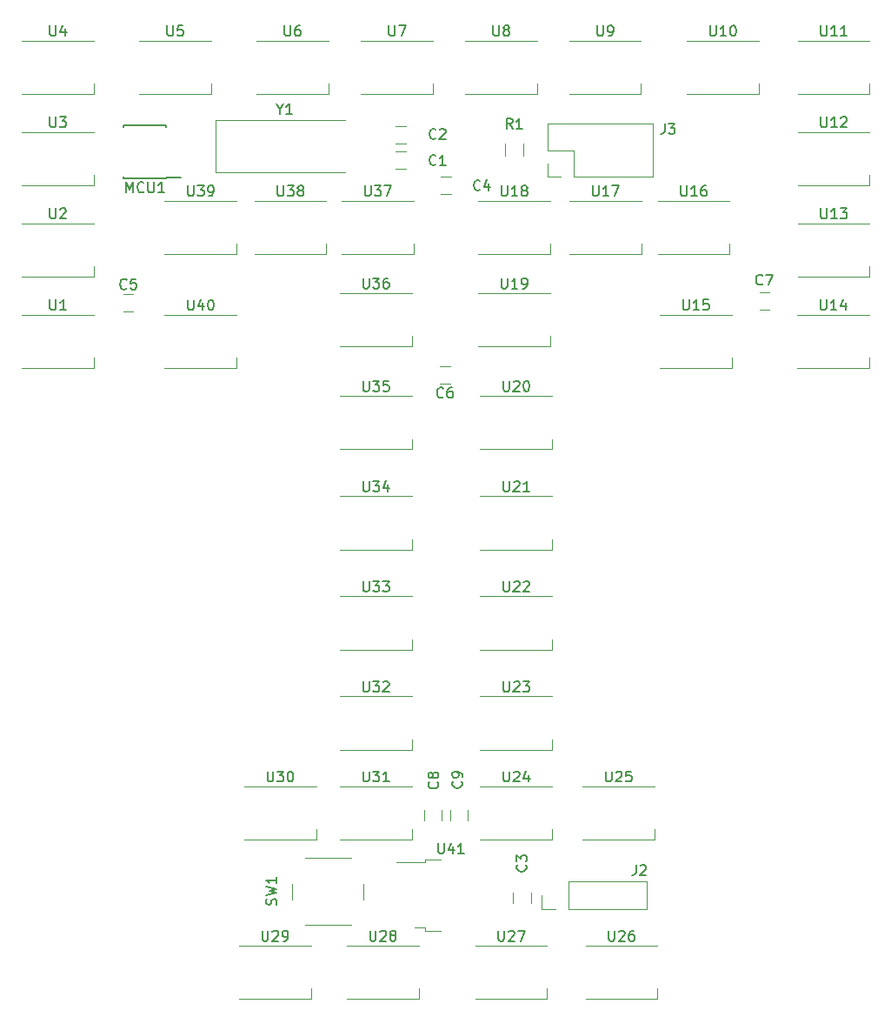
<source format=gbr>
G04 #@! TF.GenerationSoftware,KiCad,Pcbnew,(5.0.0)*
G04 #@! TF.CreationDate,2019-02-18T20:12:55-05:00*
G04 #@! TF.ProjectId,WS2812B Tiny T,575332383132422054696E7920542E6B,rev?*
G04 #@! TF.SameCoordinates,Original*
G04 #@! TF.FileFunction,Legend,Top*
G04 #@! TF.FilePolarity,Positive*
%FSLAX46Y46*%
G04 Gerber Fmt 4.6, Leading zero omitted, Abs format (unit mm)*
G04 Created by KiCad (PCBNEW (5.0.0)) date 02/18/19 20:12:55*
%MOMM*%
%LPD*%
G01*
G04 APERTURE LIST*
%ADD10C,0.120000*%
%ADD11C,0.150000*%
G04 APERTURE END LIST*
D10*
G04 #@! TO.C,U1*
X136850000Y-87690000D02*
X136850000Y-86690000D01*
X129850000Y-87690000D02*
X136850000Y-87690000D01*
X129850000Y-82490000D02*
X136850000Y-82490000D01*
G04 #@! TO.C,U2*
X129850000Y-73600000D02*
X136850000Y-73600000D01*
X129850000Y-78800000D02*
X136850000Y-78800000D01*
X136850000Y-78800000D02*
X136850000Y-77800000D01*
G04 #@! TO.C,U3*
X136850000Y-69910000D02*
X136850000Y-68910000D01*
X129850000Y-69910000D02*
X136850000Y-69910000D01*
X129850000Y-64710000D02*
X136850000Y-64710000D01*
G04 #@! TO.C,U4*
X129850000Y-55820000D02*
X136850000Y-55820000D01*
X129850000Y-61020000D02*
X136850000Y-61020000D01*
X136850000Y-61020000D02*
X136850000Y-60020000D01*
G04 #@! TO.C,U5*
X148280000Y-61020000D02*
X148280000Y-60020000D01*
X141280000Y-61020000D02*
X148280000Y-61020000D01*
X141280000Y-55820000D02*
X148280000Y-55820000D01*
G04 #@! TO.C,U6*
X152710000Y-55820000D02*
X159710000Y-55820000D01*
X152710000Y-61020000D02*
X159710000Y-61020000D01*
X159710000Y-61020000D02*
X159710000Y-60020000D01*
G04 #@! TO.C,U7*
X169870000Y-61020000D02*
X169870000Y-60020000D01*
X162870000Y-61020000D02*
X169870000Y-61020000D01*
X162870000Y-55820000D02*
X169870000Y-55820000D01*
G04 #@! TO.C,U8*
X173030000Y-55820000D02*
X180030000Y-55820000D01*
X173030000Y-61020000D02*
X180030000Y-61020000D01*
X180030000Y-61020000D02*
X180030000Y-60020000D01*
G04 #@! TO.C,U9*
X190150000Y-61020000D02*
X190150000Y-60020000D01*
X183150000Y-61020000D02*
X190150000Y-61020000D01*
X183150000Y-55820000D02*
X190150000Y-55820000D01*
G04 #@! TO.C,U10*
X194620000Y-55820000D02*
X201620000Y-55820000D01*
X194620000Y-61020000D02*
X201620000Y-61020000D01*
X201620000Y-61020000D02*
X201620000Y-60020000D01*
G04 #@! TO.C,U11*
X212415000Y-61020000D02*
X212415000Y-60020000D01*
X205415000Y-61020000D02*
X212415000Y-61020000D01*
X205415000Y-55820000D02*
X212415000Y-55820000D01*
G04 #@! TO.C,U12*
X205415000Y-64710000D02*
X212415000Y-64710000D01*
X205415000Y-69910000D02*
X212415000Y-69910000D01*
X212415000Y-69910000D02*
X212415000Y-68910000D01*
G04 #@! TO.C,U13*
X212415000Y-78800000D02*
X212415000Y-77800000D01*
X205415000Y-78800000D02*
X212415000Y-78800000D01*
X205415000Y-73600000D02*
X212415000Y-73600000D01*
G04 #@! TO.C,U15*
X191989000Y-82490000D02*
X198989000Y-82490000D01*
X191989000Y-87690000D02*
X198989000Y-87690000D01*
X198989000Y-87690000D02*
X198989000Y-86690000D01*
G04 #@! TO.C,U16*
X198786000Y-76600000D02*
X198786000Y-75600000D01*
X191786000Y-76600000D02*
X198786000Y-76600000D01*
X191786000Y-71400000D02*
X198786000Y-71400000D01*
G04 #@! TO.C,U17*
X183190000Y-71400000D02*
X190190000Y-71400000D01*
X183190000Y-76600000D02*
X190190000Y-76600000D01*
X190190000Y-76600000D02*
X190190000Y-75600000D01*
G04 #@! TO.C,U18*
X181300000Y-76600000D02*
X181300000Y-75600000D01*
X174300000Y-76600000D02*
X181300000Y-76600000D01*
X174300000Y-71400000D02*
X181300000Y-71400000D01*
G04 #@! TO.C,U19*
X174300000Y-80400000D02*
X181300000Y-80400000D01*
X174300000Y-85600000D02*
X181300000Y-85600000D01*
X181300000Y-85600000D02*
X181300000Y-84600000D01*
G04 #@! TO.C,U20*
X181500000Y-95600000D02*
X181500000Y-94600000D01*
X174500000Y-95600000D02*
X181500000Y-95600000D01*
X174500000Y-90400000D02*
X181500000Y-90400000D01*
G04 #@! TO.C,U21*
X181500000Y-105350000D02*
X181500000Y-104350000D01*
X174500000Y-105350000D02*
X181500000Y-105350000D01*
X174500000Y-100150000D02*
X181500000Y-100150000D01*
G04 #@! TO.C,U22*
X174500000Y-109900000D02*
X181500000Y-109900000D01*
X174500000Y-115100000D02*
X181500000Y-115100000D01*
X181500000Y-115100000D02*
X181500000Y-114100000D01*
G04 #@! TO.C,U23*
X181500000Y-124850000D02*
X181500000Y-123850000D01*
X174500000Y-124850000D02*
X181500000Y-124850000D01*
X174500000Y-119650000D02*
X181500000Y-119650000D01*
G04 #@! TO.C,U24*
X174500000Y-128400000D02*
X181500000Y-128400000D01*
X174500000Y-133600000D02*
X181500000Y-133600000D01*
X181500000Y-133600000D02*
X181500000Y-132600000D01*
G04 #@! TO.C,U25*
X191460000Y-133600000D02*
X191460000Y-132600000D01*
X184460000Y-133600000D02*
X191460000Y-133600000D01*
X184460000Y-128400000D02*
X191460000Y-128400000D01*
G04 #@! TO.C,U26*
X184750000Y-143900000D02*
X191750000Y-143900000D01*
X184750000Y-149100000D02*
X191750000Y-149100000D01*
X191750000Y-149100000D02*
X191750000Y-148100000D01*
G04 #@! TO.C,U27*
X181000000Y-149100000D02*
X181000000Y-148100000D01*
X174000000Y-149100000D02*
X181000000Y-149100000D01*
X174000000Y-143900000D02*
X181000000Y-143900000D01*
G04 #@! TO.C,U28*
X161500000Y-143900000D02*
X168500000Y-143900000D01*
X161500000Y-149100000D02*
X168500000Y-149100000D01*
X168500000Y-149100000D02*
X168500000Y-148100000D01*
G04 #@! TO.C,U29*
X158000000Y-149100000D02*
X158000000Y-148100000D01*
X151000000Y-149100000D02*
X158000000Y-149100000D01*
X151000000Y-143900000D02*
X158000000Y-143900000D01*
G04 #@! TO.C,U30*
X151500000Y-128400000D02*
X158500000Y-128400000D01*
X151500000Y-133600000D02*
X158500000Y-133600000D01*
X158500000Y-133600000D02*
X158500000Y-132600000D01*
G04 #@! TO.C,U31*
X167830000Y-133600000D02*
X167830000Y-132600000D01*
X160830000Y-133600000D02*
X167830000Y-133600000D01*
X160830000Y-128400000D02*
X167830000Y-128400000D01*
G04 #@! TO.C,U32*
X160830000Y-119650000D02*
X167830000Y-119650000D01*
X160830000Y-124850000D02*
X167830000Y-124850000D01*
X167830000Y-124850000D02*
X167830000Y-123850000D01*
G04 #@! TO.C,U33*
X167830000Y-115100000D02*
X167830000Y-114100000D01*
X160830000Y-115100000D02*
X167830000Y-115100000D01*
X160830000Y-109900000D02*
X167830000Y-109900000D01*
G04 #@! TO.C,U34*
X160830000Y-100150000D02*
X167830000Y-100150000D01*
X160830000Y-105350000D02*
X167830000Y-105350000D01*
X167830000Y-105350000D02*
X167830000Y-104350000D01*
G04 #@! TO.C,U35*
X167830000Y-95600000D02*
X167830000Y-94600000D01*
X160830000Y-95600000D02*
X167830000Y-95600000D01*
X160830000Y-90400000D02*
X167830000Y-90400000D01*
G04 #@! TO.C,U36*
X160830000Y-80400000D02*
X167830000Y-80400000D01*
X160830000Y-85600000D02*
X167830000Y-85600000D01*
X167830000Y-85600000D02*
X167830000Y-84600000D01*
G04 #@! TO.C,U37*
X168000000Y-76600000D02*
X168000000Y-75600000D01*
X161000000Y-76600000D02*
X168000000Y-76600000D01*
X161000000Y-71400000D02*
X168000000Y-71400000D01*
G04 #@! TO.C,U38*
X152500000Y-71400000D02*
X159500000Y-71400000D01*
X152500000Y-76600000D02*
X159500000Y-76600000D01*
X159500000Y-76600000D02*
X159500000Y-75600000D01*
G04 #@! TO.C,U39*
X150750000Y-76600000D02*
X150750000Y-75600000D01*
X143750000Y-76600000D02*
X150750000Y-76600000D01*
X143750000Y-71400000D02*
X150750000Y-71400000D01*
G04 #@! TO.C,U14*
X212375000Y-87690000D02*
X212375000Y-86690000D01*
X205375000Y-87690000D02*
X212375000Y-87690000D01*
X205375000Y-82490000D02*
X212375000Y-82490000D01*
G04 #@! TO.C,C1*
X167268000Y-66629600D02*
X166268000Y-66629600D01*
X166268000Y-68329600D02*
X167268000Y-68329600D01*
G04 #@! TO.C,C2*
X166268000Y-65829600D02*
X167268000Y-65829600D01*
X167268000Y-64129600D02*
X166268000Y-64129600D01*
G04 #@! TO.C,C3*
X179412000Y-139723000D02*
X179412000Y-138723000D01*
X177712000Y-138723000D02*
X177712000Y-139723000D01*
G04 #@! TO.C,C4*
X170625000Y-70801600D02*
X171625000Y-70801600D01*
X171625000Y-69101600D02*
X170625000Y-69101600D01*
G04 #@! TO.C,C5*
X139708000Y-82180800D02*
X140708000Y-82180800D01*
X140708000Y-80480800D02*
X139708000Y-80480800D01*
G04 #@! TO.C,C6*
X170564000Y-89242000D02*
X171564000Y-89242000D01*
X171564000Y-87542000D02*
X170564000Y-87542000D01*
G04 #@! TO.C,C7*
X202684000Y-80328400D02*
X201684000Y-80328400D01*
X201684000Y-82028400D02*
X202684000Y-82028400D01*
G04 #@! TO.C,C8*
X169025000Y-130716000D02*
X169025000Y-131716000D01*
X170725000Y-131716000D02*
X170725000Y-130716000D01*
G04 #@! TO.C,C9*
X173239000Y-131697000D02*
X173239000Y-130697000D01*
X171539000Y-130697000D02*
X171539000Y-131697000D01*
G04 #@! TO.C,J2*
X180470000Y-140330000D02*
X180470000Y-139000000D01*
X181800000Y-140330000D02*
X180470000Y-140330000D01*
X183070000Y-140330000D02*
X183070000Y-137670000D01*
X183070000Y-137670000D02*
X190750000Y-137670000D01*
X183070000Y-140330000D02*
X190750000Y-140330000D01*
X190750000Y-140330000D02*
X190750000Y-137670000D01*
G04 #@! TO.C,U40*
X150750000Y-87700000D02*
X150750000Y-86700000D01*
X143750000Y-87700000D02*
X150750000Y-87700000D01*
X143750000Y-82500000D02*
X150750000Y-82500000D01*
G04 #@! TO.C,Y1*
X148748000Y-68640800D02*
X161348000Y-68640800D01*
X148748000Y-63540800D02*
X148748000Y-68640800D01*
X161348000Y-63540800D02*
X148748000Y-63540800D01*
G04 #@! TO.C,SW1*
X163150000Y-139400000D02*
X163150000Y-137900000D01*
X161900000Y-135400000D02*
X157400000Y-135400000D01*
X156150000Y-137900000D02*
X156150000Y-139400000D01*
X157400000Y-141900000D02*
X161900000Y-141900000D01*
D11*
G04 #@! TO.C,MCU1*
X143909000Y-69174600D02*
X145309000Y-69174600D01*
X143909000Y-64074600D02*
X139759000Y-64074600D01*
X143909000Y-69224600D02*
X139759000Y-69224600D01*
X143909000Y-64074600D02*
X143909000Y-64219600D01*
X139759000Y-64074600D02*
X139759000Y-64219600D01*
X139759000Y-69224600D02*
X139759000Y-69079600D01*
X143909000Y-69224600D02*
X143909000Y-69174600D01*
D10*
G04 #@! TO.C,U41*
X169166000Y-142169000D02*
X168066000Y-142169000D01*
X169166000Y-142439000D02*
X169166000Y-142169000D01*
X170666000Y-142439000D02*
X169166000Y-142439000D01*
X169166000Y-135809000D02*
X166336000Y-135809000D01*
X169166000Y-135539000D02*
X169166000Y-135809000D01*
X170666000Y-135539000D02*
X169166000Y-135539000D01*
G04 #@! TO.C,J3*
X181038000Y-69101000D02*
X181038000Y-67771000D01*
X182368000Y-69101000D02*
X181038000Y-69101000D01*
X181038000Y-66501000D02*
X181038000Y-63901000D01*
X183638000Y-66501000D02*
X181038000Y-66501000D01*
X183638000Y-69101000D02*
X183638000Y-66501000D01*
X181038000Y-63901000D02*
X191318000Y-63901000D01*
X183638000Y-69101000D02*
X191318000Y-69101000D01*
X191318000Y-69101000D02*
X191318000Y-63901000D01*
G04 #@! TO.C,R1*
X178680000Y-65831200D02*
X178680000Y-67031200D01*
X176920000Y-67031200D02*
X176920000Y-65831200D01*
G04 #@! TO.C,U1*
D11*
X132588095Y-81042380D02*
X132588095Y-81851904D01*
X132635714Y-81947142D01*
X132683333Y-81994761D01*
X132778571Y-82042380D01*
X132969047Y-82042380D01*
X133064285Y-81994761D01*
X133111904Y-81947142D01*
X133159523Y-81851904D01*
X133159523Y-81042380D01*
X134159523Y-82042380D02*
X133588095Y-82042380D01*
X133873809Y-82042380D02*
X133873809Y-81042380D01*
X133778571Y-81185238D01*
X133683333Y-81280476D01*
X133588095Y-81328095D01*
G04 #@! TO.C,U2*
X132588095Y-72152380D02*
X132588095Y-72961904D01*
X132635714Y-73057142D01*
X132683333Y-73104761D01*
X132778571Y-73152380D01*
X132969047Y-73152380D01*
X133064285Y-73104761D01*
X133111904Y-73057142D01*
X133159523Y-72961904D01*
X133159523Y-72152380D01*
X133588095Y-72247619D02*
X133635714Y-72200000D01*
X133730952Y-72152380D01*
X133969047Y-72152380D01*
X134064285Y-72200000D01*
X134111904Y-72247619D01*
X134159523Y-72342857D01*
X134159523Y-72438095D01*
X134111904Y-72580952D01*
X133540476Y-73152380D01*
X134159523Y-73152380D01*
G04 #@! TO.C,U3*
X132588095Y-63262380D02*
X132588095Y-64071904D01*
X132635714Y-64167142D01*
X132683333Y-64214761D01*
X132778571Y-64262380D01*
X132969047Y-64262380D01*
X133064285Y-64214761D01*
X133111904Y-64167142D01*
X133159523Y-64071904D01*
X133159523Y-63262380D01*
X133540476Y-63262380D02*
X134159523Y-63262380D01*
X133826190Y-63643333D01*
X133969047Y-63643333D01*
X134064285Y-63690952D01*
X134111904Y-63738571D01*
X134159523Y-63833809D01*
X134159523Y-64071904D01*
X134111904Y-64167142D01*
X134064285Y-64214761D01*
X133969047Y-64262380D01*
X133683333Y-64262380D01*
X133588095Y-64214761D01*
X133540476Y-64167142D01*
G04 #@! TO.C,U4*
X132588095Y-54372380D02*
X132588095Y-55181904D01*
X132635714Y-55277142D01*
X132683333Y-55324761D01*
X132778571Y-55372380D01*
X132969047Y-55372380D01*
X133064285Y-55324761D01*
X133111904Y-55277142D01*
X133159523Y-55181904D01*
X133159523Y-54372380D01*
X134064285Y-54705714D02*
X134064285Y-55372380D01*
X133826190Y-54324761D02*
X133588095Y-55039047D01*
X134207142Y-55039047D01*
G04 #@! TO.C,U5*
X144018095Y-54372380D02*
X144018095Y-55181904D01*
X144065714Y-55277142D01*
X144113333Y-55324761D01*
X144208571Y-55372380D01*
X144399047Y-55372380D01*
X144494285Y-55324761D01*
X144541904Y-55277142D01*
X144589523Y-55181904D01*
X144589523Y-54372380D01*
X145541904Y-54372380D02*
X145065714Y-54372380D01*
X145018095Y-54848571D01*
X145065714Y-54800952D01*
X145160952Y-54753333D01*
X145399047Y-54753333D01*
X145494285Y-54800952D01*
X145541904Y-54848571D01*
X145589523Y-54943809D01*
X145589523Y-55181904D01*
X145541904Y-55277142D01*
X145494285Y-55324761D01*
X145399047Y-55372380D01*
X145160952Y-55372380D01*
X145065714Y-55324761D01*
X145018095Y-55277142D01*
G04 #@! TO.C,U6*
X155448095Y-54372380D02*
X155448095Y-55181904D01*
X155495714Y-55277142D01*
X155543333Y-55324761D01*
X155638571Y-55372380D01*
X155829047Y-55372380D01*
X155924285Y-55324761D01*
X155971904Y-55277142D01*
X156019523Y-55181904D01*
X156019523Y-54372380D01*
X156924285Y-54372380D02*
X156733809Y-54372380D01*
X156638571Y-54420000D01*
X156590952Y-54467619D01*
X156495714Y-54610476D01*
X156448095Y-54800952D01*
X156448095Y-55181904D01*
X156495714Y-55277142D01*
X156543333Y-55324761D01*
X156638571Y-55372380D01*
X156829047Y-55372380D01*
X156924285Y-55324761D01*
X156971904Y-55277142D01*
X157019523Y-55181904D01*
X157019523Y-54943809D01*
X156971904Y-54848571D01*
X156924285Y-54800952D01*
X156829047Y-54753333D01*
X156638571Y-54753333D01*
X156543333Y-54800952D01*
X156495714Y-54848571D01*
X156448095Y-54943809D01*
G04 #@! TO.C,U7*
X165608095Y-54372380D02*
X165608095Y-55181904D01*
X165655714Y-55277142D01*
X165703333Y-55324761D01*
X165798571Y-55372380D01*
X165989047Y-55372380D01*
X166084285Y-55324761D01*
X166131904Y-55277142D01*
X166179523Y-55181904D01*
X166179523Y-54372380D01*
X166560476Y-54372380D02*
X167227142Y-54372380D01*
X166798571Y-55372380D01*
G04 #@! TO.C,U8*
X175768095Y-54372380D02*
X175768095Y-55181904D01*
X175815714Y-55277142D01*
X175863333Y-55324761D01*
X175958571Y-55372380D01*
X176149047Y-55372380D01*
X176244285Y-55324761D01*
X176291904Y-55277142D01*
X176339523Y-55181904D01*
X176339523Y-54372380D01*
X176958571Y-54800952D02*
X176863333Y-54753333D01*
X176815714Y-54705714D01*
X176768095Y-54610476D01*
X176768095Y-54562857D01*
X176815714Y-54467619D01*
X176863333Y-54420000D01*
X176958571Y-54372380D01*
X177149047Y-54372380D01*
X177244285Y-54420000D01*
X177291904Y-54467619D01*
X177339523Y-54562857D01*
X177339523Y-54610476D01*
X177291904Y-54705714D01*
X177244285Y-54753333D01*
X177149047Y-54800952D01*
X176958571Y-54800952D01*
X176863333Y-54848571D01*
X176815714Y-54896190D01*
X176768095Y-54991428D01*
X176768095Y-55181904D01*
X176815714Y-55277142D01*
X176863333Y-55324761D01*
X176958571Y-55372380D01*
X177149047Y-55372380D01*
X177244285Y-55324761D01*
X177291904Y-55277142D01*
X177339523Y-55181904D01*
X177339523Y-54991428D01*
X177291904Y-54896190D01*
X177244285Y-54848571D01*
X177149047Y-54800952D01*
G04 #@! TO.C,U9*
X185888095Y-54372380D02*
X185888095Y-55181904D01*
X185935714Y-55277142D01*
X185983333Y-55324761D01*
X186078571Y-55372380D01*
X186269047Y-55372380D01*
X186364285Y-55324761D01*
X186411904Y-55277142D01*
X186459523Y-55181904D01*
X186459523Y-54372380D01*
X186983333Y-55372380D02*
X187173809Y-55372380D01*
X187269047Y-55324761D01*
X187316666Y-55277142D01*
X187411904Y-55134285D01*
X187459523Y-54943809D01*
X187459523Y-54562857D01*
X187411904Y-54467619D01*
X187364285Y-54420000D01*
X187269047Y-54372380D01*
X187078571Y-54372380D01*
X186983333Y-54420000D01*
X186935714Y-54467619D01*
X186888095Y-54562857D01*
X186888095Y-54800952D01*
X186935714Y-54896190D01*
X186983333Y-54943809D01*
X187078571Y-54991428D01*
X187269047Y-54991428D01*
X187364285Y-54943809D01*
X187411904Y-54896190D01*
X187459523Y-54800952D01*
G04 #@! TO.C,U10*
X196881904Y-54372380D02*
X196881904Y-55181904D01*
X196929523Y-55277142D01*
X196977142Y-55324761D01*
X197072380Y-55372380D01*
X197262857Y-55372380D01*
X197358095Y-55324761D01*
X197405714Y-55277142D01*
X197453333Y-55181904D01*
X197453333Y-54372380D01*
X198453333Y-55372380D02*
X197881904Y-55372380D01*
X198167619Y-55372380D02*
X198167619Y-54372380D01*
X198072380Y-54515238D01*
X197977142Y-54610476D01*
X197881904Y-54658095D01*
X199072380Y-54372380D02*
X199167619Y-54372380D01*
X199262857Y-54420000D01*
X199310476Y-54467619D01*
X199358095Y-54562857D01*
X199405714Y-54753333D01*
X199405714Y-54991428D01*
X199358095Y-55181904D01*
X199310476Y-55277142D01*
X199262857Y-55324761D01*
X199167619Y-55372380D01*
X199072380Y-55372380D01*
X198977142Y-55324761D01*
X198929523Y-55277142D01*
X198881904Y-55181904D01*
X198834285Y-54991428D01*
X198834285Y-54753333D01*
X198881904Y-54562857D01*
X198929523Y-54467619D01*
X198977142Y-54420000D01*
X199072380Y-54372380D01*
G04 #@! TO.C,U11*
X207676904Y-54372380D02*
X207676904Y-55181904D01*
X207724523Y-55277142D01*
X207772142Y-55324761D01*
X207867380Y-55372380D01*
X208057857Y-55372380D01*
X208153095Y-55324761D01*
X208200714Y-55277142D01*
X208248333Y-55181904D01*
X208248333Y-54372380D01*
X209248333Y-55372380D02*
X208676904Y-55372380D01*
X208962619Y-55372380D02*
X208962619Y-54372380D01*
X208867380Y-54515238D01*
X208772142Y-54610476D01*
X208676904Y-54658095D01*
X210200714Y-55372380D02*
X209629285Y-55372380D01*
X209915000Y-55372380D02*
X209915000Y-54372380D01*
X209819761Y-54515238D01*
X209724523Y-54610476D01*
X209629285Y-54658095D01*
G04 #@! TO.C,U12*
X207676904Y-63262380D02*
X207676904Y-64071904D01*
X207724523Y-64167142D01*
X207772142Y-64214761D01*
X207867380Y-64262380D01*
X208057857Y-64262380D01*
X208153095Y-64214761D01*
X208200714Y-64167142D01*
X208248333Y-64071904D01*
X208248333Y-63262380D01*
X209248333Y-64262380D02*
X208676904Y-64262380D01*
X208962619Y-64262380D02*
X208962619Y-63262380D01*
X208867380Y-63405238D01*
X208772142Y-63500476D01*
X208676904Y-63548095D01*
X209629285Y-63357619D02*
X209676904Y-63310000D01*
X209772142Y-63262380D01*
X210010238Y-63262380D01*
X210105476Y-63310000D01*
X210153095Y-63357619D01*
X210200714Y-63452857D01*
X210200714Y-63548095D01*
X210153095Y-63690952D01*
X209581666Y-64262380D01*
X210200714Y-64262380D01*
G04 #@! TO.C,U13*
X207676904Y-72152380D02*
X207676904Y-72961904D01*
X207724523Y-73057142D01*
X207772142Y-73104761D01*
X207867380Y-73152380D01*
X208057857Y-73152380D01*
X208153095Y-73104761D01*
X208200714Y-73057142D01*
X208248333Y-72961904D01*
X208248333Y-72152380D01*
X209248333Y-73152380D02*
X208676904Y-73152380D01*
X208962619Y-73152380D02*
X208962619Y-72152380D01*
X208867380Y-72295238D01*
X208772142Y-72390476D01*
X208676904Y-72438095D01*
X209581666Y-72152380D02*
X210200714Y-72152380D01*
X209867380Y-72533333D01*
X210010238Y-72533333D01*
X210105476Y-72580952D01*
X210153095Y-72628571D01*
X210200714Y-72723809D01*
X210200714Y-72961904D01*
X210153095Y-73057142D01*
X210105476Y-73104761D01*
X210010238Y-73152380D01*
X209724523Y-73152380D01*
X209629285Y-73104761D01*
X209581666Y-73057142D01*
G04 #@! TO.C,U15*
X194250904Y-81042380D02*
X194250904Y-81851904D01*
X194298523Y-81947142D01*
X194346142Y-81994761D01*
X194441380Y-82042380D01*
X194631857Y-82042380D01*
X194727095Y-81994761D01*
X194774714Y-81947142D01*
X194822333Y-81851904D01*
X194822333Y-81042380D01*
X195822333Y-82042380D02*
X195250904Y-82042380D01*
X195536619Y-82042380D02*
X195536619Y-81042380D01*
X195441380Y-81185238D01*
X195346142Y-81280476D01*
X195250904Y-81328095D01*
X196727095Y-81042380D02*
X196250904Y-81042380D01*
X196203285Y-81518571D01*
X196250904Y-81470952D01*
X196346142Y-81423333D01*
X196584238Y-81423333D01*
X196679476Y-81470952D01*
X196727095Y-81518571D01*
X196774714Y-81613809D01*
X196774714Y-81851904D01*
X196727095Y-81947142D01*
X196679476Y-81994761D01*
X196584238Y-82042380D01*
X196346142Y-82042380D01*
X196250904Y-81994761D01*
X196203285Y-81947142D01*
G04 #@! TO.C,U16*
X194047904Y-69952380D02*
X194047904Y-70761904D01*
X194095523Y-70857142D01*
X194143142Y-70904761D01*
X194238380Y-70952380D01*
X194428857Y-70952380D01*
X194524095Y-70904761D01*
X194571714Y-70857142D01*
X194619333Y-70761904D01*
X194619333Y-69952380D01*
X195619333Y-70952380D02*
X195047904Y-70952380D01*
X195333619Y-70952380D02*
X195333619Y-69952380D01*
X195238380Y-70095238D01*
X195143142Y-70190476D01*
X195047904Y-70238095D01*
X196476476Y-69952380D02*
X196286000Y-69952380D01*
X196190761Y-70000000D01*
X196143142Y-70047619D01*
X196047904Y-70190476D01*
X196000285Y-70380952D01*
X196000285Y-70761904D01*
X196047904Y-70857142D01*
X196095523Y-70904761D01*
X196190761Y-70952380D01*
X196381238Y-70952380D01*
X196476476Y-70904761D01*
X196524095Y-70857142D01*
X196571714Y-70761904D01*
X196571714Y-70523809D01*
X196524095Y-70428571D01*
X196476476Y-70380952D01*
X196381238Y-70333333D01*
X196190761Y-70333333D01*
X196095523Y-70380952D01*
X196047904Y-70428571D01*
X196000285Y-70523809D01*
G04 #@! TO.C,U17*
X185451904Y-69952380D02*
X185451904Y-70761904D01*
X185499523Y-70857142D01*
X185547142Y-70904761D01*
X185642380Y-70952380D01*
X185832857Y-70952380D01*
X185928095Y-70904761D01*
X185975714Y-70857142D01*
X186023333Y-70761904D01*
X186023333Y-69952380D01*
X187023333Y-70952380D02*
X186451904Y-70952380D01*
X186737619Y-70952380D02*
X186737619Y-69952380D01*
X186642380Y-70095238D01*
X186547142Y-70190476D01*
X186451904Y-70238095D01*
X187356666Y-69952380D02*
X188023333Y-69952380D01*
X187594761Y-70952380D01*
G04 #@! TO.C,U18*
X176561904Y-69952380D02*
X176561904Y-70761904D01*
X176609523Y-70857142D01*
X176657142Y-70904761D01*
X176752380Y-70952380D01*
X176942857Y-70952380D01*
X177038095Y-70904761D01*
X177085714Y-70857142D01*
X177133333Y-70761904D01*
X177133333Y-69952380D01*
X178133333Y-70952380D02*
X177561904Y-70952380D01*
X177847619Y-70952380D02*
X177847619Y-69952380D01*
X177752380Y-70095238D01*
X177657142Y-70190476D01*
X177561904Y-70238095D01*
X178704761Y-70380952D02*
X178609523Y-70333333D01*
X178561904Y-70285714D01*
X178514285Y-70190476D01*
X178514285Y-70142857D01*
X178561904Y-70047619D01*
X178609523Y-70000000D01*
X178704761Y-69952380D01*
X178895238Y-69952380D01*
X178990476Y-70000000D01*
X179038095Y-70047619D01*
X179085714Y-70142857D01*
X179085714Y-70190476D01*
X179038095Y-70285714D01*
X178990476Y-70333333D01*
X178895238Y-70380952D01*
X178704761Y-70380952D01*
X178609523Y-70428571D01*
X178561904Y-70476190D01*
X178514285Y-70571428D01*
X178514285Y-70761904D01*
X178561904Y-70857142D01*
X178609523Y-70904761D01*
X178704761Y-70952380D01*
X178895238Y-70952380D01*
X178990476Y-70904761D01*
X179038095Y-70857142D01*
X179085714Y-70761904D01*
X179085714Y-70571428D01*
X179038095Y-70476190D01*
X178990476Y-70428571D01*
X178895238Y-70380952D01*
G04 #@! TO.C,U19*
X176561904Y-78952380D02*
X176561904Y-79761904D01*
X176609523Y-79857142D01*
X176657142Y-79904761D01*
X176752380Y-79952380D01*
X176942857Y-79952380D01*
X177038095Y-79904761D01*
X177085714Y-79857142D01*
X177133333Y-79761904D01*
X177133333Y-78952380D01*
X178133333Y-79952380D02*
X177561904Y-79952380D01*
X177847619Y-79952380D02*
X177847619Y-78952380D01*
X177752380Y-79095238D01*
X177657142Y-79190476D01*
X177561904Y-79238095D01*
X178609523Y-79952380D02*
X178800000Y-79952380D01*
X178895238Y-79904761D01*
X178942857Y-79857142D01*
X179038095Y-79714285D01*
X179085714Y-79523809D01*
X179085714Y-79142857D01*
X179038095Y-79047619D01*
X178990476Y-79000000D01*
X178895238Y-78952380D01*
X178704761Y-78952380D01*
X178609523Y-79000000D01*
X178561904Y-79047619D01*
X178514285Y-79142857D01*
X178514285Y-79380952D01*
X178561904Y-79476190D01*
X178609523Y-79523809D01*
X178704761Y-79571428D01*
X178895238Y-79571428D01*
X178990476Y-79523809D01*
X179038095Y-79476190D01*
X179085714Y-79380952D01*
G04 #@! TO.C,U20*
X176761904Y-88952380D02*
X176761904Y-89761904D01*
X176809523Y-89857142D01*
X176857142Y-89904761D01*
X176952380Y-89952380D01*
X177142857Y-89952380D01*
X177238095Y-89904761D01*
X177285714Y-89857142D01*
X177333333Y-89761904D01*
X177333333Y-88952380D01*
X177761904Y-89047619D02*
X177809523Y-89000000D01*
X177904761Y-88952380D01*
X178142857Y-88952380D01*
X178238095Y-89000000D01*
X178285714Y-89047619D01*
X178333333Y-89142857D01*
X178333333Y-89238095D01*
X178285714Y-89380952D01*
X177714285Y-89952380D01*
X178333333Y-89952380D01*
X178952380Y-88952380D02*
X179047619Y-88952380D01*
X179142857Y-89000000D01*
X179190476Y-89047619D01*
X179238095Y-89142857D01*
X179285714Y-89333333D01*
X179285714Y-89571428D01*
X179238095Y-89761904D01*
X179190476Y-89857142D01*
X179142857Y-89904761D01*
X179047619Y-89952380D01*
X178952380Y-89952380D01*
X178857142Y-89904761D01*
X178809523Y-89857142D01*
X178761904Y-89761904D01*
X178714285Y-89571428D01*
X178714285Y-89333333D01*
X178761904Y-89142857D01*
X178809523Y-89047619D01*
X178857142Y-89000000D01*
X178952380Y-88952380D01*
G04 #@! TO.C,U21*
X176761904Y-98702380D02*
X176761904Y-99511904D01*
X176809523Y-99607142D01*
X176857142Y-99654761D01*
X176952380Y-99702380D01*
X177142857Y-99702380D01*
X177238095Y-99654761D01*
X177285714Y-99607142D01*
X177333333Y-99511904D01*
X177333333Y-98702380D01*
X177761904Y-98797619D02*
X177809523Y-98750000D01*
X177904761Y-98702380D01*
X178142857Y-98702380D01*
X178238095Y-98750000D01*
X178285714Y-98797619D01*
X178333333Y-98892857D01*
X178333333Y-98988095D01*
X178285714Y-99130952D01*
X177714285Y-99702380D01*
X178333333Y-99702380D01*
X179285714Y-99702380D02*
X178714285Y-99702380D01*
X179000000Y-99702380D02*
X179000000Y-98702380D01*
X178904761Y-98845238D01*
X178809523Y-98940476D01*
X178714285Y-98988095D01*
G04 #@! TO.C,U22*
X176761904Y-108452380D02*
X176761904Y-109261904D01*
X176809523Y-109357142D01*
X176857142Y-109404761D01*
X176952380Y-109452380D01*
X177142857Y-109452380D01*
X177238095Y-109404761D01*
X177285714Y-109357142D01*
X177333333Y-109261904D01*
X177333333Y-108452380D01*
X177761904Y-108547619D02*
X177809523Y-108500000D01*
X177904761Y-108452380D01*
X178142857Y-108452380D01*
X178238095Y-108500000D01*
X178285714Y-108547619D01*
X178333333Y-108642857D01*
X178333333Y-108738095D01*
X178285714Y-108880952D01*
X177714285Y-109452380D01*
X178333333Y-109452380D01*
X178714285Y-108547619D02*
X178761904Y-108500000D01*
X178857142Y-108452380D01*
X179095238Y-108452380D01*
X179190476Y-108500000D01*
X179238095Y-108547619D01*
X179285714Y-108642857D01*
X179285714Y-108738095D01*
X179238095Y-108880952D01*
X178666666Y-109452380D01*
X179285714Y-109452380D01*
G04 #@! TO.C,U23*
X176761904Y-118202380D02*
X176761904Y-119011904D01*
X176809523Y-119107142D01*
X176857142Y-119154761D01*
X176952380Y-119202380D01*
X177142857Y-119202380D01*
X177238095Y-119154761D01*
X177285714Y-119107142D01*
X177333333Y-119011904D01*
X177333333Y-118202380D01*
X177761904Y-118297619D02*
X177809523Y-118250000D01*
X177904761Y-118202380D01*
X178142857Y-118202380D01*
X178238095Y-118250000D01*
X178285714Y-118297619D01*
X178333333Y-118392857D01*
X178333333Y-118488095D01*
X178285714Y-118630952D01*
X177714285Y-119202380D01*
X178333333Y-119202380D01*
X178666666Y-118202380D02*
X179285714Y-118202380D01*
X178952380Y-118583333D01*
X179095238Y-118583333D01*
X179190476Y-118630952D01*
X179238095Y-118678571D01*
X179285714Y-118773809D01*
X179285714Y-119011904D01*
X179238095Y-119107142D01*
X179190476Y-119154761D01*
X179095238Y-119202380D01*
X178809523Y-119202380D01*
X178714285Y-119154761D01*
X178666666Y-119107142D01*
G04 #@! TO.C,U24*
X176761904Y-126952380D02*
X176761904Y-127761904D01*
X176809523Y-127857142D01*
X176857142Y-127904761D01*
X176952380Y-127952380D01*
X177142857Y-127952380D01*
X177238095Y-127904761D01*
X177285714Y-127857142D01*
X177333333Y-127761904D01*
X177333333Y-126952380D01*
X177761904Y-127047619D02*
X177809523Y-127000000D01*
X177904761Y-126952380D01*
X178142857Y-126952380D01*
X178238095Y-127000000D01*
X178285714Y-127047619D01*
X178333333Y-127142857D01*
X178333333Y-127238095D01*
X178285714Y-127380952D01*
X177714285Y-127952380D01*
X178333333Y-127952380D01*
X179190476Y-127285714D02*
X179190476Y-127952380D01*
X178952380Y-126904761D02*
X178714285Y-127619047D01*
X179333333Y-127619047D01*
G04 #@! TO.C,U25*
X186721904Y-126952380D02*
X186721904Y-127761904D01*
X186769523Y-127857142D01*
X186817142Y-127904761D01*
X186912380Y-127952380D01*
X187102857Y-127952380D01*
X187198095Y-127904761D01*
X187245714Y-127857142D01*
X187293333Y-127761904D01*
X187293333Y-126952380D01*
X187721904Y-127047619D02*
X187769523Y-127000000D01*
X187864761Y-126952380D01*
X188102857Y-126952380D01*
X188198095Y-127000000D01*
X188245714Y-127047619D01*
X188293333Y-127142857D01*
X188293333Y-127238095D01*
X188245714Y-127380952D01*
X187674285Y-127952380D01*
X188293333Y-127952380D01*
X189198095Y-126952380D02*
X188721904Y-126952380D01*
X188674285Y-127428571D01*
X188721904Y-127380952D01*
X188817142Y-127333333D01*
X189055238Y-127333333D01*
X189150476Y-127380952D01*
X189198095Y-127428571D01*
X189245714Y-127523809D01*
X189245714Y-127761904D01*
X189198095Y-127857142D01*
X189150476Y-127904761D01*
X189055238Y-127952380D01*
X188817142Y-127952380D01*
X188721904Y-127904761D01*
X188674285Y-127857142D01*
G04 #@! TO.C,U26*
X187011904Y-142452380D02*
X187011904Y-143261904D01*
X187059523Y-143357142D01*
X187107142Y-143404761D01*
X187202380Y-143452380D01*
X187392857Y-143452380D01*
X187488095Y-143404761D01*
X187535714Y-143357142D01*
X187583333Y-143261904D01*
X187583333Y-142452380D01*
X188011904Y-142547619D02*
X188059523Y-142500000D01*
X188154761Y-142452380D01*
X188392857Y-142452380D01*
X188488095Y-142500000D01*
X188535714Y-142547619D01*
X188583333Y-142642857D01*
X188583333Y-142738095D01*
X188535714Y-142880952D01*
X187964285Y-143452380D01*
X188583333Y-143452380D01*
X189440476Y-142452380D02*
X189250000Y-142452380D01*
X189154761Y-142500000D01*
X189107142Y-142547619D01*
X189011904Y-142690476D01*
X188964285Y-142880952D01*
X188964285Y-143261904D01*
X189011904Y-143357142D01*
X189059523Y-143404761D01*
X189154761Y-143452380D01*
X189345238Y-143452380D01*
X189440476Y-143404761D01*
X189488095Y-143357142D01*
X189535714Y-143261904D01*
X189535714Y-143023809D01*
X189488095Y-142928571D01*
X189440476Y-142880952D01*
X189345238Y-142833333D01*
X189154761Y-142833333D01*
X189059523Y-142880952D01*
X189011904Y-142928571D01*
X188964285Y-143023809D01*
G04 #@! TO.C,U27*
X176261904Y-142452380D02*
X176261904Y-143261904D01*
X176309523Y-143357142D01*
X176357142Y-143404761D01*
X176452380Y-143452380D01*
X176642857Y-143452380D01*
X176738095Y-143404761D01*
X176785714Y-143357142D01*
X176833333Y-143261904D01*
X176833333Y-142452380D01*
X177261904Y-142547619D02*
X177309523Y-142500000D01*
X177404761Y-142452380D01*
X177642857Y-142452380D01*
X177738095Y-142500000D01*
X177785714Y-142547619D01*
X177833333Y-142642857D01*
X177833333Y-142738095D01*
X177785714Y-142880952D01*
X177214285Y-143452380D01*
X177833333Y-143452380D01*
X178166666Y-142452380D02*
X178833333Y-142452380D01*
X178404761Y-143452380D01*
G04 #@! TO.C,U28*
X163761904Y-142452380D02*
X163761904Y-143261904D01*
X163809523Y-143357142D01*
X163857142Y-143404761D01*
X163952380Y-143452380D01*
X164142857Y-143452380D01*
X164238095Y-143404761D01*
X164285714Y-143357142D01*
X164333333Y-143261904D01*
X164333333Y-142452380D01*
X164761904Y-142547619D02*
X164809523Y-142500000D01*
X164904761Y-142452380D01*
X165142857Y-142452380D01*
X165238095Y-142500000D01*
X165285714Y-142547619D01*
X165333333Y-142642857D01*
X165333333Y-142738095D01*
X165285714Y-142880952D01*
X164714285Y-143452380D01*
X165333333Y-143452380D01*
X165904761Y-142880952D02*
X165809523Y-142833333D01*
X165761904Y-142785714D01*
X165714285Y-142690476D01*
X165714285Y-142642857D01*
X165761904Y-142547619D01*
X165809523Y-142500000D01*
X165904761Y-142452380D01*
X166095238Y-142452380D01*
X166190476Y-142500000D01*
X166238095Y-142547619D01*
X166285714Y-142642857D01*
X166285714Y-142690476D01*
X166238095Y-142785714D01*
X166190476Y-142833333D01*
X166095238Y-142880952D01*
X165904761Y-142880952D01*
X165809523Y-142928571D01*
X165761904Y-142976190D01*
X165714285Y-143071428D01*
X165714285Y-143261904D01*
X165761904Y-143357142D01*
X165809523Y-143404761D01*
X165904761Y-143452380D01*
X166095238Y-143452380D01*
X166190476Y-143404761D01*
X166238095Y-143357142D01*
X166285714Y-143261904D01*
X166285714Y-143071428D01*
X166238095Y-142976190D01*
X166190476Y-142928571D01*
X166095238Y-142880952D01*
G04 #@! TO.C,U29*
X153261904Y-142452380D02*
X153261904Y-143261904D01*
X153309523Y-143357142D01*
X153357142Y-143404761D01*
X153452380Y-143452380D01*
X153642857Y-143452380D01*
X153738095Y-143404761D01*
X153785714Y-143357142D01*
X153833333Y-143261904D01*
X153833333Y-142452380D01*
X154261904Y-142547619D02*
X154309523Y-142500000D01*
X154404761Y-142452380D01*
X154642857Y-142452380D01*
X154738095Y-142500000D01*
X154785714Y-142547619D01*
X154833333Y-142642857D01*
X154833333Y-142738095D01*
X154785714Y-142880952D01*
X154214285Y-143452380D01*
X154833333Y-143452380D01*
X155309523Y-143452380D02*
X155500000Y-143452380D01*
X155595238Y-143404761D01*
X155642857Y-143357142D01*
X155738095Y-143214285D01*
X155785714Y-143023809D01*
X155785714Y-142642857D01*
X155738095Y-142547619D01*
X155690476Y-142500000D01*
X155595238Y-142452380D01*
X155404761Y-142452380D01*
X155309523Y-142500000D01*
X155261904Y-142547619D01*
X155214285Y-142642857D01*
X155214285Y-142880952D01*
X155261904Y-142976190D01*
X155309523Y-143023809D01*
X155404761Y-143071428D01*
X155595238Y-143071428D01*
X155690476Y-143023809D01*
X155738095Y-142976190D01*
X155785714Y-142880952D01*
G04 #@! TO.C,U30*
X153761904Y-126952380D02*
X153761904Y-127761904D01*
X153809523Y-127857142D01*
X153857142Y-127904761D01*
X153952380Y-127952380D01*
X154142857Y-127952380D01*
X154238095Y-127904761D01*
X154285714Y-127857142D01*
X154333333Y-127761904D01*
X154333333Y-126952380D01*
X154714285Y-126952380D02*
X155333333Y-126952380D01*
X155000000Y-127333333D01*
X155142857Y-127333333D01*
X155238095Y-127380952D01*
X155285714Y-127428571D01*
X155333333Y-127523809D01*
X155333333Y-127761904D01*
X155285714Y-127857142D01*
X155238095Y-127904761D01*
X155142857Y-127952380D01*
X154857142Y-127952380D01*
X154761904Y-127904761D01*
X154714285Y-127857142D01*
X155952380Y-126952380D02*
X156047619Y-126952380D01*
X156142857Y-127000000D01*
X156190476Y-127047619D01*
X156238095Y-127142857D01*
X156285714Y-127333333D01*
X156285714Y-127571428D01*
X156238095Y-127761904D01*
X156190476Y-127857142D01*
X156142857Y-127904761D01*
X156047619Y-127952380D01*
X155952380Y-127952380D01*
X155857142Y-127904761D01*
X155809523Y-127857142D01*
X155761904Y-127761904D01*
X155714285Y-127571428D01*
X155714285Y-127333333D01*
X155761904Y-127142857D01*
X155809523Y-127047619D01*
X155857142Y-127000000D01*
X155952380Y-126952380D01*
G04 #@! TO.C,U31*
X163091904Y-126952380D02*
X163091904Y-127761904D01*
X163139523Y-127857142D01*
X163187142Y-127904761D01*
X163282380Y-127952380D01*
X163472857Y-127952380D01*
X163568095Y-127904761D01*
X163615714Y-127857142D01*
X163663333Y-127761904D01*
X163663333Y-126952380D01*
X164044285Y-126952380D02*
X164663333Y-126952380D01*
X164330000Y-127333333D01*
X164472857Y-127333333D01*
X164568095Y-127380952D01*
X164615714Y-127428571D01*
X164663333Y-127523809D01*
X164663333Y-127761904D01*
X164615714Y-127857142D01*
X164568095Y-127904761D01*
X164472857Y-127952380D01*
X164187142Y-127952380D01*
X164091904Y-127904761D01*
X164044285Y-127857142D01*
X165615714Y-127952380D02*
X165044285Y-127952380D01*
X165330000Y-127952380D02*
X165330000Y-126952380D01*
X165234761Y-127095238D01*
X165139523Y-127190476D01*
X165044285Y-127238095D01*
G04 #@! TO.C,U32*
X163091904Y-118202380D02*
X163091904Y-119011904D01*
X163139523Y-119107142D01*
X163187142Y-119154761D01*
X163282380Y-119202380D01*
X163472857Y-119202380D01*
X163568095Y-119154761D01*
X163615714Y-119107142D01*
X163663333Y-119011904D01*
X163663333Y-118202380D01*
X164044285Y-118202380D02*
X164663333Y-118202380D01*
X164330000Y-118583333D01*
X164472857Y-118583333D01*
X164568095Y-118630952D01*
X164615714Y-118678571D01*
X164663333Y-118773809D01*
X164663333Y-119011904D01*
X164615714Y-119107142D01*
X164568095Y-119154761D01*
X164472857Y-119202380D01*
X164187142Y-119202380D01*
X164091904Y-119154761D01*
X164044285Y-119107142D01*
X165044285Y-118297619D02*
X165091904Y-118250000D01*
X165187142Y-118202380D01*
X165425238Y-118202380D01*
X165520476Y-118250000D01*
X165568095Y-118297619D01*
X165615714Y-118392857D01*
X165615714Y-118488095D01*
X165568095Y-118630952D01*
X164996666Y-119202380D01*
X165615714Y-119202380D01*
G04 #@! TO.C,U33*
X163091904Y-108452380D02*
X163091904Y-109261904D01*
X163139523Y-109357142D01*
X163187142Y-109404761D01*
X163282380Y-109452380D01*
X163472857Y-109452380D01*
X163568095Y-109404761D01*
X163615714Y-109357142D01*
X163663333Y-109261904D01*
X163663333Y-108452380D01*
X164044285Y-108452380D02*
X164663333Y-108452380D01*
X164330000Y-108833333D01*
X164472857Y-108833333D01*
X164568095Y-108880952D01*
X164615714Y-108928571D01*
X164663333Y-109023809D01*
X164663333Y-109261904D01*
X164615714Y-109357142D01*
X164568095Y-109404761D01*
X164472857Y-109452380D01*
X164187142Y-109452380D01*
X164091904Y-109404761D01*
X164044285Y-109357142D01*
X164996666Y-108452380D02*
X165615714Y-108452380D01*
X165282380Y-108833333D01*
X165425238Y-108833333D01*
X165520476Y-108880952D01*
X165568095Y-108928571D01*
X165615714Y-109023809D01*
X165615714Y-109261904D01*
X165568095Y-109357142D01*
X165520476Y-109404761D01*
X165425238Y-109452380D01*
X165139523Y-109452380D01*
X165044285Y-109404761D01*
X164996666Y-109357142D01*
G04 #@! TO.C,U34*
X163091904Y-98702380D02*
X163091904Y-99511904D01*
X163139523Y-99607142D01*
X163187142Y-99654761D01*
X163282380Y-99702380D01*
X163472857Y-99702380D01*
X163568095Y-99654761D01*
X163615714Y-99607142D01*
X163663333Y-99511904D01*
X163663333Y-98702380D01*
X164044285Y-98702380D02*
X164663333Y-98702380D01*
X164330000Y-99083333D01*
X164472857Y-99083333D01*
X164568095Y-99130952D01*
X164615714Y-99178571D01*
X164663333Y-99273809D01*
X164663333Y-99511904D01*
X164615714Y-99607142D01*
X164568095Y-99654761D01*
X164472857Y-99702380D01*
X164187142Y-99702380D01*
X164091904Y-99654761D01*
X164044285Y-99607142D01*
X165520476Y-99035714D02*
X165520476Y-99702380D01*
X165282380Y-98654761D02*
X165044285Y-99369047D01*
X165663333Y-99369047D01*
G04 #@! TO.C,U35*
X163091904Y-88952380D02*
X163091904Y-89761904D01*
X163139523Y-89857142D01*
X163187142Y-89904761D01*
X163282380Y-89952380D01*
X163472857Y-89952380D01*
X163568095Y-89904761D01*
X163615714Y-89857142D01*
X163663333Y-89761904D01*
X163663333Y-88952380D01*
X164044285Y-88952380D02*
X164663333Y-88952380D01*
X164330000Y-89333333D01*
X164472857Y-89333333D01*
X164568095Y-89380952D01*
X164615714Y-89428571D01*
X164663333Y-89523809D01*
X164663333Y-89761904D01*
X164615714Y-89857142D01*
X164568095Y-89904761D01*
X164472857Y-89952380D01*
X164187142Y-89952380D01*
X164091904Y-89904761D01*
X164044285Y-89857142D01*
X165568095Y-88952380D02*
X165091904Y-88952380D01*
X165044285Y-89428571D01*
X165091904Y-89380952D01*
X165187142Y-89333333D01*
X165425238Y-89333333D01*
X165520476Y-89380952D01*
X165568095Y-89428571D01*
X165615714Y-89523809D01*
X165615714Y-89761904D01*
X165568095Y-89857142D01*
X165520476Y-89904761D01*
X165425238Y-89952380D01*
X165187142Y-89952380D01*
X165091904Y-89904761D01*
X165044285Y-89857142D01*
G04 #@! TO.C,U36*
X163091904Y-78952380D02*
X163091904Y-79761904D01*
X163139523Y-79857142D01*
X163187142Y-79904761D01*
X163282380Y-79952380D01*
X163472857Y-79952380D01*
X163568095Y-79904761D01*
X163615714Y-79857142D01*
X163663333Y-79761904D01*
X163663333Y-78952380D01*
X164044285Y-78952380D02*
X164663333Y-78952380D01*
X164330000Y-79333333D01*
X164472857Y-79333333D01*
X164568095Y-79380952D01*
X164615714Y-79428571D01*
X164663333Y-79523809D01*
X164663333Y-79761904D01*
X164615714Y-79857142D01*
X164568095Y-79904761D01*
X164472857Y-79952380D01*
X164187142Y-79952380D01*
X164091904Y-79904761D01*
X164044285Y-79857142D01*
X165520476Y-78952380D02*
X165330000Y-78952380D01*
X165234761Y-79000000D01*
X165187142Y-79047619D01*
X165091904Y-79190476D01*
X165044285Y-79380952D01*
X165044285Y-79761904D01*
X165091904Y-79857142D01*
X165139523Y-79904761D01*
X165234761Y-79952380D01*
X165425238Y-79952380D01*
X165520476Y-79904761D01*
X165568095Y-79857142D01*
X165615714Y-79761904D01*
X165615714Y-79523809D01*
X165568095Y-79428571D01*
X165520476Y-79380952D01*
X165425238Y-79333333D01*
X165234761Y-79333333D01*
X165139523Y-79380952D01*
X165091904Y-79428571D01*
X165044285Y-79523809D01*
G04 #@! TO.C,U37*
X163261904Y-69952380D02*
X163261904Y-70761904D01*
X163309523Y-70857142D01*
X163357142Y-70904761D01*
X163452380Y-70952380D01*
X163642857Y-70952380D01*
X163738095Y-70904761D01*
X163785714Y-70857142D01*
X163833333Y-70761904D01*
X163833333Y-69952380D01*
X164214285Y-69952380D02*
X164833333Y-69952380D01*
X164500000Y-70333333D01*
X164642857Y-70333333D01*
X164738095Y-70380952D01*
X164785714Y-70428571D01*
X164833333Y-70523809D01*
X164833333Y-70761904D01*
X164785714Y-70857142D01*
X164738095Y-70904761D01*
X164642857Y-70952380D01*
X164357142Y-70952380D01*
X164261904Y-70904761D01*
X164214285Y-70857142D01*
X165166666Y-69952380D02*
X165833333Y-69952380D01*
X165404761Y-70952380D01*
G04 #@! TO.C,U38*
X154761904Y-69952380D02*
X154761904Y-70761904D01*
X154809523Y-70857142D01*
X154857142Y-70904761D01*
X154952380Y-70952380D01*
X155142857Y-70952380D01*
X155238095Y-70904761D01*
X155285714Y-70857142D01*
X155333333Y-70761904D01*
X155333333Y-69952380D01*
X155714285Y-69952380D02*
X156333333Y-69952380D01*
X156000000Y-70333333D01*
X156142857Y-70333333D01*
X156238095Y-70380952D01*
X156285714Y-70428571D01*
X156333333Y-70523809D01*
X156333333Y-70761904D01*
X156285714Y-70857142D01*
X156238095Y-70904761D01*
X156142857Y-70952380D01*
X155857142Y-70952380D01*
X155761904Y-70904761D01*
X155714285Y-70857142D01*
X156904761Y-70380952D02*
X156809523Y-70333333D01*
X156761904Y-70285714D01*
X156714285Y-70190476D01*
X156714285Y-70142857D01*
X156761904Y-70047619D01*
X156809523Y-70000000D01*
X156904761Y-69952380D01*
X157095238Y-69952380D01*
X157190476Y-70000000D01*
X157238095Y-70047619D01*
X157285714Y-70142857D01*
X157285714Y-70190476D01*
X157238095Y-70285714D01*
X157190476Y-70333333D01*
X157095238Y-70380952D01*
X156904761Y-70380952D01*
X156809523Y-70428571D01*
X156761904Y-70476190D01*
X156714285Y-70571428D01*
X156714285Y-70761904D01*
X156761904Y-70857142D01*
X156809523Y-70904761D01*
X156904761Y-70952380D01*
X157095238Y-70952380D01*
X157190476Y-70904761D01*
X157238095Y-70857142D01*
X157285714Y-70761904D01*
X157285714Y-70571428D01*
X157238095Y-70476190D01*
X157190476Y-70428571D01*
X157095238Y-70380952D01*
G04 #@! TO.C,U39*
X146011904Y-69952380D02*
X146011904Y-70761904D01*
X146059523Y-70857142D01*
X146107142Y-70904761D01*
X146202380Y-70952380D01*
X146392857Y-70952380D01*
X146488095Y-70904761D01*
X146535714Y-70857142D01*
X146583333Y-70761904D01*
X146583333Y-69952380D01*
X146964285Y-69952380D02*
X147583333Y-69952380D01*
X147250000Y-70333333D01*
X147392857Y-70333333D01*
X147488095Y-70380952D01*
X147535714Y-70428571D01*
X147583333Y-70523809D01*
X147583333Y-70761904D01*
X147535714Y-70857142D01*
X147488095Y-70904761D01*
X147392857Y-70952380D01*
X147107142Y-70952380D01*
X147011904Y-70904761D01*
X146964285Y-70857142D01*
X148059523Y-70952380D02*
X148250000Y-70952380D01*
X148345238Y-70904761D01*
X148392857Y-70857142D01*
X148488095Y-70714285D01*
X148535714Y-70523809D01*
X148535714Y-70142857D01*
X148488095Y-70047619D01*
X148440476Y-70000000D01*
X148345238Y-69952380D01*
X148154761Y-69952380D01*
X148059523Y-70000000D01*
X148011904Y-70047619D01*
X147964285Y-70142857D01*
X147964285Y-70380952D01*
X148011904Y-70476190D01*
X148059523Y-70523809D01*
X148154761Y-70571428D01*
X148345238Y-70571428D01*
X148440476Y-70523809D01*
X148488095Y-70476190D01*
X148535714Y-70380952D01*
G04 #@! TO.C,U14*
X207636904Y-81042380D02*
X207636904Y-81851904D01*
X207684523Y-81947142D01*
X207732142Y-81994761D01*
X207827380Y-82042380D01*
X208017857Y-82042380D01*
X208113095Y-81994761D01*
X208160714Y-81947142D01*
X208208333Y-81851904D01*
X208208333Y-81042380D01*
X209208333Y-82042380D02*
X208636904Y-82042380D01*
X208922619Y-82042380D02*
X208922619Y-81042380D01*
X208827380Y-81185238D01*
X208732142Y-81280476D01*
X208636904Y-81328095D01*
X210065476Y-81375714D02*
X210065476Y-82042380D01*
X209827380Y-80994761D02*
X209589285Y-81709047D01*
X210208333Y-81709047D01*
G04 #@! TO.C,C1*
X170165733Y-67870342D02*
X170118114Y-67917961D01*
X169975257Y-67965580D01*
X169880019Y-67965580D01*
X169737161Y-67917961D01*
X169641923Y-67822723D01*
X169594304Y-67727485D01*
X169546685Y-67537009D01*
X169546685Y-67394152D01*
X169594304Y-67203676D01*
X169641923Y-67108438D01*
X169737161Y-67013200D01*
X169880019Y-66965580D01*
X169975257Y-66965580D01*
X170118114Y-67013200D01*
X170165733Y-67060819D01*
X171118114Y-67965580D02*
X170546685Y-67965580D01*
X170832400Y-67965580D02*
X170832400Y-66965580D01*
X170737161Y-67108438D01*
X170641923Y-67203676D01*
X170546685Y-67251295D01*
G04 #@! TO.C,C2*
X170165733Y-65330342D02*
X170118114Y-65377961D01*
X169975257Y-65425580D01*
X169880019Y-65425580D01*
X169737161Y-65377961D01*
X169641923Y-65282723D01*
X169594304Y-65187485D01*
X169546685Y-64997009D01*
X169546685Y-64854152D01*
X169594304Y-64663676D01*
X169641923Y-64568438D01*
X169737161Y-64473200D01*
X169880019Y-64425580D01*
X169975257Y-64425580D01*
X170118114Y-64473200D01*
X170165733Y-64520819D01*
X170546685Y-64520819D02*
X170594304Y-64473200D01*
X170689542Y-64425580D01*
X170927638Y-64425580D01*
X171022876Y-64473200D01*
X171070495Y-64520819D01*
X171118114Y-64616057D01*
X171118114Y-64711295D01*
X171070495Y-64854152D01*
X170499066Y-65425580D01*
X171118114Y-65425580D01*
G04 #@! TO.C,C3*
X178919142Y-136056866D02*
X178966761Y-136104485D01*
X179014380Y-136247342D01*
X179014380Y-136342580D01*
X178966761Y-136485438D01*
X178871523Y-136580676D01*
X178776285Y-136628295D01*
X178585809Y-136675914D01*
X178442952Y-136675914D01*
X178252476Y-136628295D01*
X178157238Y-136580676D01*
X178062000Y-136485438D01*
X178014380Y-136342580D01*
X178014380Y-136247342D01*
X178062000Y-136104485D01*
X178109619Y-136056866D01*
X178014380Y-135723533D02*
X178014380Y-135104485D01*
X178395333Y-135437819D01*
X178395333Y-135294961D01*
X178442952Y-135199723D01*
X178490571Y-135152104D01*
X178585809Y-135104485D01*
X178823904Y-135104485D01*
X178919142Y-135152104D01*
X178966761Y-135199723D01*
X179014380Y-135294961D01*
X179014380Y-135580676D01*
X178966761Y-135675914D01*
X178919142Y-135723533D01*
G04 #@! TO.C,C4*
X174483533Y-70308742D02*
X174435914Y-70356361D01*
X174293057Y-70403980D01*
X174197819Y-70403980D01*
X174054961Y-70356361D01*
X173959723Y-70261123D01*
X173912104Y-70165885D01*
X173864485Y-69975409D01*
X173864485Y-69832552D01*
X173912104Y-69642076D01*
X173959723Y-69546838D01*
X174054961Y-69451600D01*
X174197819Y-69403980D01*
X174293057Y-69403980D01*
X174435914Y-69451600D01*
X174483533Y-69499219D01*
X175340676Y-69737314D02*
X175340676Y-70403980D01*
X175102580Y-69356361D02*
X174864485Y-70070647D01*
X175483533Y-70070647D01*
G04 #@! TO.C,C5*
X140041333Y-79937942D02*
X139993714Y-79985561D01*
X139850857Y-80033180D01*
X139755619Y-80033180D01*
X139612761Y-79985561D01*
X139517523Y-79890323D01*
X139469904Y-79795085D01*
X139422285Y-79604609D01*
X139422285Y-79461752D01*
X139469904Y-79271276D01*
X139517523Y-79176038D01*
X139612761Y-79080800D01*
X139755619Y-79033180D01*
X139850857Y-79033180D01*
X139993714Y-79080800D01*
X140041333Y-79128419D01*
X140946095Y-79033180D02*
X140469904Y-79033180D01*
X140422285Y-79509371D01*
X140469904Y-79461752D01*
X140565142Y-79414133D01*
X140803238Y-79414133D01*
X140898476Y-79461752D01*
X140946095Y-79509371D01*
X140993714Y-79604609D01*
X140993714Y-79842704D01*
X140946095Y-79937942D01*
X140898476Y-79985561D01*
X140803238Y-80033180D01*
X140565142Y-80033180D01*
X140469904Y-79985561D01*
X140422285Y-79937942D01*
G04 #@! TO.C,C6*
X170897333Y-90499142D02*
X170849714Y-90546761D01*
X170706857Y-90594380D01*
X170611619Y-90594380D01*
X170468761Y-90546761D01*
X170373523Y-90451523D01*
X170325904Y-90356285D01*
X170278285Y-90165809D01*
X170278285Y-90022952D01*
X170325904Y-89832476D01*
X170373523Y-89737238D01*
X170468761Y-89642000D01*
X170611619Y-89594380D01*
X170706857Y-89594380D01*
X170849714Y-89642000D01*
X170897333Y-89689619D01*
X171754476Y-89594380D02*
X171564000Y-89594380D01*
X171468761Y-89642000D01*
X171421142Y-89689619D01*
X171325904Y-89832476D01*
X171278285Y-90022952D01*
X171278285Y-90403904D01*
X171325904Y-90499142D01*
X171373523Y-90546761D01*
X171468761Y-90594380D01*
X171659238Y-90594380D01*
X171754476Y-90546761D01*
X171802095Y-90499142D01*
X171849714Y-90403904D01*
X171849714Y-90165809D01*
X171802095Y-90070571D01*
X171754476Y-90022952D01*
X171659238Y-89975333D01*
X171468761Y-89975333D01*
X171373523Y-90022952D01*
X171325904Y-90070571D01*
X171278285Y-90165809D01*
G04 #@! TO.C,C7*
X201986533Y-79503542D02*
X201938914Y-79551161D01*
X201796057Y-79598780D01*
X201700819Y-79598780D01*
X201557961Y-79551161D01*
X201462723Y-79455923D01*
X201415104Y-79360685D01*
X201367485Y-79170209D01*
X201367485Y-79027352D01*
X201415104Y-78836876D01*
X201462723Y-78741638D01*
X201557961Y-78646400D01*
X201700819Y-78598780D01*
X201796057Y-78598780D01*
X201938914Y-78646400D01*
X201986533Y-78694019D01*
X202319866Y-78598780D02*
X202986533Y-78598780D01*
X202557961Y-79598780D01*
G04 #@! TO.C,C8*
X170333742Y-127979066D02*
X170381361Y-128026685D01*
X170428980Y-128169542D01*
X170428980Y-128264780D01*
X170381361Y-128407638D01*
X170286123Y-128502876D01*
X170190885Y-128550495D01*
X170000409Y-128598114D01*
X169857552Y-128598114D01*
X169667076Y-128550495D01*
X169571838Y-128502876D01*
X169476600Y-128407638D01*
X169428980Y-128264780D01*
X169428980Y-128169542D01*
X169476600Y-128026685D01*
X169524219Y-127979066D01*
X169857552Y-127407638D02*
X169809933Y-127502876D01*
X169762314Y-127550495D01*
X169667076Y-127598114D01*
X169619457Y-127598114D01*
X169524219Y-127550495D01*
X169476600Y-127502876D01*
X169428980Y-127407638D01*
X169428980Y-127217161D01*
X169476600Y-127121923D01*
X169524219Y-127074304D01*
X169619457Y-127026685D01*
X169667076Y-127026685D01*
X169762314Y-127074304D01*
X169809933Y-127121923D01*
X169857552Y-127217161D01*
X169857552Y-127407638D01*
X169905171Y-127502876D01*
X169952790Y-127550495D01*
X170048028Y-127598114D01*
X170238504Y-127598114D01*
X170333742Y-127550495D01*
X170381361Y-127502876D01*
X170428980Y-127407638D01*
X170428980Y-127217161D01*
X170381361Y-127121923D01*
X170333742Y-127074304D01*
X170238504Y-127026685D01*
X170048028Y-127026685D01*
X169952790Y-127074304D01*
X169905171Y-127121923D01*
X169857552Y-127217161D01*
G04 #@! TO.C,C9*
X172670941Y-127928267D02*
X172718560Y-127975886D01*
X172766179Y-128118743D01*
X172766179Y-128213981D01*
X172718560Y-128356839D01*
X172623322Y-128452077D01*
X172528084Y-128499696D01*
X172337608Y-128547315D01*
X172194751Y-128547315D01*
X172004275Y-128499696D01*
X171909037Y-128452077D01*
X171813799Y-128356839D01*
X171766179Y-128213981D01*
X171766179Y-128118743D01*
X171813799Y-127975886D01*
X171861418Y-127928267D01*
X172766179Y-127452077D02*
X172766179Y-127261601D01*
X172718560Y-127166362D01*
X172670941Y-127118743D01*
X172528084Y-127023505D01*
X172337608Y-126975886D01*
X171956656Y-126975886D01*
X171861418Y-127023505D01*
X171813799Y-127071124D01*
X171766179Y-127166362D01*
X171766179Y-127356839D01*
X171813799Y-127452077D01*
X171861418Y-127499696D01*
X171956656Y-127547315D01*
X172194751Y-127547315D01*
X172289989Y-127499696D01*
X172337608Y-127452077D01*
X172385227Y-127356839D01*
X172385227Y-127166362D01*
X172337608Y-127071124D01*
X172289989Y-127023505D01*
X172194751Y-126975886D01*
G04 #@! TO.C,J2*
X189666666Y-136052380D02*
X189666666Y-136766666D01*
X189619047Y-136909523D01*
X189523809Y-137004761D01*
X189380952Y-137052380D01*
X189285714Y-137052380D01*
X190095238Y-136147619D02*
X190142857Y-136100000D01*
X190238095Y-136052380D01*
X190476190Y-136052380D01*
X190571428Y-136100000D01*
X190619047Y-136147619D01*
X190666666Y-136242857D01*
X190666666Y-136338095D01*
X190619047Y-136480952D01*
X190047619Y-137052380D01*
X190666666Y-137052380D01*
G04 #@! TO.C,U40*
X146011904Y-81052380D02*
X146011904Y-81861904D01*
X146059523Y-81957142D01*
X146107142Y-82004761D01*
X146202380Y-82052380D01*
X146392857Y-82052380D01*
X146488095Y-82004761D01*
X146535714Y-81957142D01*
X146583333Y-81861904D01*
X146583333Y-81052380D01*
X147488095Y-81385714D02*
X147488095Y-82052380D01*
X147250000Y-81004761D02*
X147011904Y-81719047D01*
X147630952Y-81719047D01*
X148202380Y-81052380D02*
X148297619Y-81052380D01*
X148392857Y-81100000D01*
X148440476Y-81147619D01*
X148488095Y-81242857D01*
X148535714Y-81433333D01*
X148535714Y-81671428D01*
X148488095Y-81861904D01*
X148440476Y-81957142D01*
X148392857Y-82004761D01*
X148297619Y-82052380D01*
X148202380Y-82052380D01*
X148107142Y-82004761D01*
X148059523Y-81957142D01*
X148011904Y-81861904D01*
X147964285Y-81671428D01*
X147964285Y-81433333D01*
X148011904Y-81242857D01*
X148059523Y-81147619D01*
X148107142Y-81100000D01*
X148202380Y-81052380D01*
G04 #@! TO.C,Y1*
X154971809Y-62516990D02*
X154971809Y-62993180D01*
X154638476Y-61993180D02*
X154971809Y-62516990D01*
X155305142Y-61993180D01*
X156162285Y-62993180D02*
X155590857Y-62993180D01*
X155876571Y-62993180D02*
X155876571Y-61993180D01*
X155781333Y-62136038D01*
X155686095Y-62231276D01*
X155590857Y-62278895D01*
G04 #@! TO.C,SW1*
X154604761Y-139933333D02*
X154652380Y-139790476D01*
X154652380Y-139552380D01*
X154604761Y-139457142D01*
X154557142Y-139409523D01*
X154461904Y-139361904D01*
X154366666Y-139361904D01*
X154271428Y-139409523D01*
X154223809Y-139457142D01*
X154176190Y-139552380D01*
X154128571Y-139742857D01*
X154080952Y-139838095D01*
X154033333Y-139885714D01*
X153938095Y-139933333D01*
X153842857Y-139933333D01*
X153747619Y-139885714D01*
X153700000Y-139838095D01*
X153652380Y-139742857D01*
X153652380Y-139504761D01*
X153700000Y-139361904D01*
X153652380Y-139028571D02*
X154652380Y-138790476D01*
X153938095Y-138600000D01*
X154652380Y-138409523D01*
X153652380Y-138171428D01*
X154652380Y-137266666D02*
X154652380Y-137838095D01*
X154652380Y-137552380D02*
X153652380Y-137552380D01*
X153795238Y-137647619D01*
X153890476Y-137742857D01*
X153938095Y-137838095D01*
G04 #@! TO.C,MCU1*
X140000666Y-70601980D02*
X140000666Y-69601980D01*
X140334000Y-70316266D01*
X140667333Y-69601980D01*
X140667333Y-70601980D01*
X141714952Y-70506742D02*
X141667333Y-70554361D01*
X141524476Y-70601980D01*
X141429238Y-70601980D01*
X141286380Y-70554361D01*
X141191142Y-70459123D01*
X141143523Y-70363885D01*
X141095904Y-70173409D01*
X141095904Y-70030552D01*
X141143523Y-69840076D01*
X141191142Y-69744838D01*
X141286380Y-69649600D01*
X141429238Y-69601980D01*
X141524476Y-69601980D01*
X141667333Y-69649600D01*
X141714952Y-69697219D01*
X142143523Y-69601980D02*
X142143523Y-70411504D01*
X142191142Y-70506742D01*
X142238761Y-70554361D01*
X142334000Y-70601980D01*
X142524476Y-70601980D01*
X142619714Y-70554361D01*
X142667333Y-70506742D01*
X142714952Y-70411504D01*
X142714952Y-69601980D01*
X143714952Y-70601980D02*
X143143523Y-70601980D01*
X143429238Y-70601980D02*
X143429238Y-69601980D01*
X143334000Y-69744838D01*
X143238761Y-69840076D01*
X143143523Y-69887695D01*
G04 #@! TO.C,U41*
X170397904Y-133941380D02*
X170397904Y-134750904D01*
X170445523Y-134846142D01*
X170493142Y-134893761D01*
X170588380Y-134941380D01*
X170778857Y-134941380D01*
X170874095Y-134893761D01*
X170921714Y-134846142D01*
X170969333Y-134750904D01*
X170969333Y-133941380D01*
X171874095Y-134274714D02*
X171874095Y-134941380D01*
X171636000Y-133893761D02*
X171397904Y-134608047D01*
X172016952Y-134608047D01*
X172921714Y-134941380D02*
X172350285Y-134941380D01*
X172636000Y-134941380D02*
X172636000Y-133941380D01*
X172540761Y-134084238D01*
X172445523Y-134179476D01*
X172350285Y-134227095D01*
G04 #@! TO.C,J3*
X192452465Y-63917581D02*
X192452465Y-64631867D01*
X192404846Y-64774724D01*
X192309608Y-64869962D01*
X192166751Y-64917581D01*
X192071513Y-64917581D01*
X192833418Y-63917581D02*
X193452465Y-63917581D01*
X193119132Y-64298534D01*
X193261989Y-64298534D01*
X193357227Y-64346153D01*
X193404846Y-64393772D01*
X193452465Y-64489010D01*
X193452465Y-64727105D01*
X193404846Y-64822343D01*
X193357227Y-64869962D01*
X193261989Y-64917581D01*
X192976275Y-64917581D01*
X192881037Y-64869962D01*
X192833418Y-64822343D01*
G04 #@! TO.C,R1*
X177633333Y-64409580D02*
X177300000Y-63933390D01*
X177061904Y-64409580D02*
X177061904Y-63409580D01*
X177442857Y-63409580D01*
X177538095Y-63457200D01*
X177585714Y-63504819D01*
X177633333Y-63600057D01*
X177633333Y-63742914D01*
X177585714Y-63838152D01*
X177538095Y-63885771D01*
X177442857Y-63933390D01*
X177061904Y-63933390D01*
X178585714Y-64409580D02*
X178014285Y-64409580D01*
X178300000Y-64409580D02*
X178300000Y-63409580D01*
X178204761Y-63552438D01*
X178109523Y-63647676D01*
X178014285Y-63695295D01*
G04 #@! TD*
M02*

</source>
